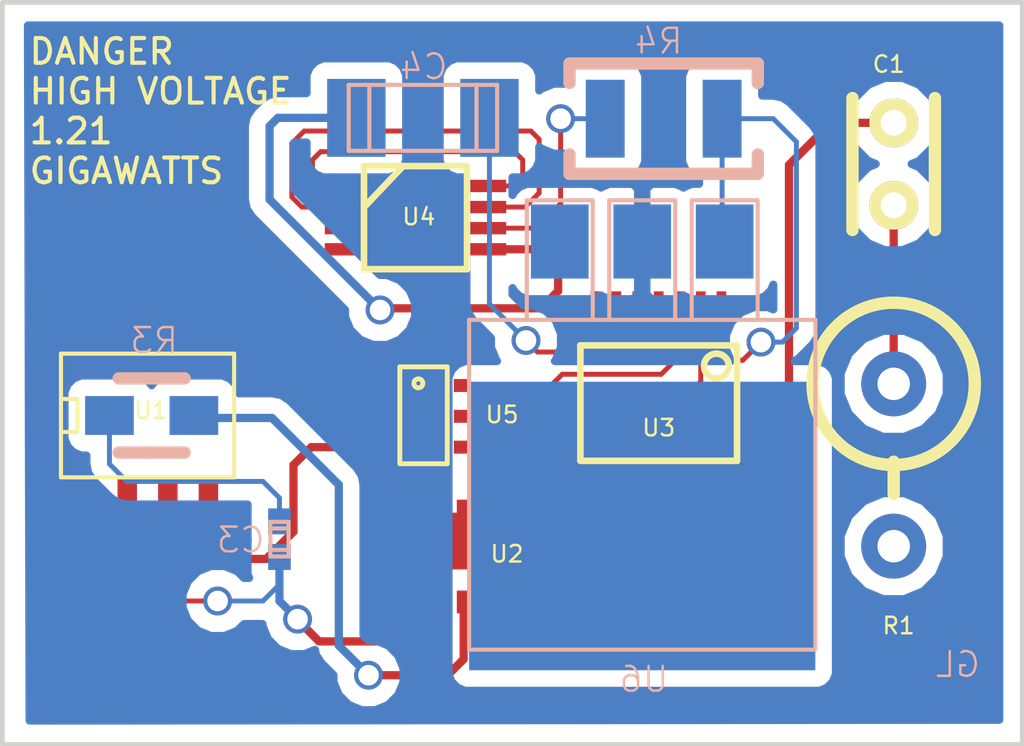
<source format=kicad_pcb>
(kicad_pcb (version 3) (host pcbnew "(2014-01-25 BZR 4633)-product")

  (general
    (links 18)
    (no_connects 0)
    (area 172.873599 104.928599 204.443401 127.938601)
    (thickness 1.6)
    (drawings 6)
    (tracks 121)
    (zones 0)
    (modules 12)
    (nets 33)
  )

  (page A3)
  (layers
    (15 F.Cu signal)
    (0 B.Cu signal)
    (16 B.Adhes user)
    (17 F.Adhes user)
    (18 B.Paste user)
    (19 F.Paste user)
    (20 B.SilkS user)
    (21 F.SilkS user)
    (22 B.Mask user)
    (23 F.Mask user)
    (24 Dwgs.User user)
    (25 Cmts.User user)
    (26 Eco1.User user)
    (27 Eco2.User user)
    (28 Edge.Cuts user)
  )

  (setup
    (last_trace_width 0.254)
    (user_trace_width 0.1524)
    (user_trace_width 0.3048)
    (trace_clearance 0.254)
    (zone_clearance 0.508)
    (zone_45_only no)
    (trace_min 0.1524)
    (segment_width 0.2)
    (edge_width 0.15)
    (via_size 0.889)
    (via_drill 0.635)
    (via_min_size 0.254)
    (via_min_drill 0.127)
    (uvia_size 0.508)
    (uvia_drill 0.127)
    (uvias_allowed no)
    (uvia_min_size 0.254)
    (uvia_min_drill 0.127)
    (pcb_text_width 0.3)
    (pcb_text_size 1 1)
    (mod_edge_width 0.15)
    (mod_text_size 1 1)
    (mod_text_width 0.15)
    (pad_size 2.37 1.75)
    (pad_drill 0)
    (pad_to_mask_clearance 0)
    (aux_axis_origin 0 0)
    (visible_elements FFFFFFFF)
    (pcbplotparams
      (layerselection 3178497)
      (usegerberextensions true)
      (excludeedgelayer true)
      (linewidth 0.150000)
      (plotframeref false)
      (viasonmask false)
      (mode 1)
      (useauxorigin false)
      (hpglpennumber 1)
      (hpglpenspeed 20)
      (hpglpendiameter 15)
      (hpglpenoverlay 2)
      (psnegative false)
      (psa4output false)
      (plotreference true)
      (plotvalue false)
      (plotothertext true)
      (plotinvisibletext false)
      (padsonsilk false)
      (subtractmaskfromsilk false)
      (outputformat 1)
      (mirror false)
      (drillshape 0)
      (scaleselection 1)
      (outputdirectory Gerber))
  )

  (net 0 "")
  (net 1 +5V)
  (net 2 GND)
  (net 3 "Net-(C1-Pad1)")
  (net 4 "Net-(C1-Pad2)")
  (net 5 "Net-(C3-Pad1)")
  (net 6 "Net-(C3-Pad2)")
  (net 7 "Net-(C4-Pad1)")
  (net 8 "Net-(C4-Pad2)")
  (net 9 "Net-(R1-Pad2)")
  (net 10 "Net-(R3-Pad2)")
  (net 11 "Net-(R4-Pad1)")
  (net 12 "Net-(R4-Pad2)")
  (net 13 "Net-(U1-Pad2)")
  (net 14 "Net-(U1-Pad3)")
  (net 15 "Net-(U1-Pad4)")
  (net 16 "Net-(U1-Pad5)")
  (net 17 "Net-(U1-Pad6)")
  (net 18 "Net-(U1-Pad7)")
  (net 19 "Net-(U1-Pad8)")
  (net 20 "Net-(U2-Pad1)")
  (net 21 "Net-(U2-Pad2)")
  (net 22 "Net-(U2-Pad5)")
  (net 23 "Net-(U2-Pad6)")
  (net 24 "Net-(U2-Pad7)")
  (net 25 "Net-(U2-Pad8)")
  (net 26 "Net-(U3-Pad2)")
  (net 27 "Net-(U3-Pad3)")
  (net 28 "Net-(U4-Pad1)")
  (net 29 "Net-(U4-Pad2)")
  (net 30 "Net-(U4-Pad3)")
  (net 31 "Net-(U4-Pad4)")
  (net 32 "Net-(U5-Pad5)")

  (net_class Default "This is the default net class."
    (clearance 0.254)
    (trace_width 0.254)
    (via_dia 0.889)
    (via_drill 0.635)
    (uvia_dia 0.508)
    (uvia_drill 0.127)
    (add_net "")
    (add_net +5V)
    (add_net GND)
    (add_net "Net-(C1-Pad1)")
    (add_net "Net-(C1-Pad2)")
    (add_net "Net-(C3-Pad1)")
    (add_net "Net-(C3-Pad2)")
    (add_net "Net-(C4-Pad1)")
    (add_net "Net-(C4-Pad2)")
    (add_net "Net-(R1-Pad2)")
    (add_net "Net-(R3-Pad2)")
    (add_net "Net-(R4-Pad1)")
    (add_net "Net-(R4-Pad2)")
    (add_net "Net-(U1-Pad2)")
    (add_net "Net-(U1-Pad3)")
    (add_net "Net-(U1-Pad4)")
    (add_net "Net-(U1-Pad5)")
    (add_net "Net-(U1-Pad6)")
    (add_net "Net-(U1-Pad7)")
    (add_net "Net-(U1-Pad8)")
    (add_net "Net-(U2-Pad1)")
    (add_net "Net-(U2-Pad2)")
    (add_net "Net-(U2-Pad5)")
    (add_net "Net-(U2-Pad6)")
    (add_net "Net-(U2-Pad7)")
    (add_net "Net-(U2-Pad8)")
    (add_net "Net-(U3-Pad2)")
    (add_net "Net-(U3-Pad3)")
    (add_net "Net-(U4-Pad1)")
    (add_net "Net-(U4-Pad2)")
    (add_net "Net-(U4-Pad3)")
    (add_net "Net-(U4-Pad4)")
    (add_net "Net-(U5-Pad5)")
  )

  (module Capacitors_ThroughHole:Capacitor4x3RM2.5 (layer F.Cu) (tedit 52EAEDB5) (tstamp 52E995D0)
    (at 200.406 108.712 270)
    (descr "Capacitor 4mm x 2,5mm RM 2,5mm")
    (tags "Capacitor Kondensator")
    (path /52E70152)
    (fp_text reference C1 (at -1.8034 0.1524 360) (layer F.SilkS)
      (effects (font (size 0.508 0.508) (thickness 0.0762)))
    )
    (fp_text value C (at 1.1684 -2.1844 360) (layer F.SilkS) hide
      (effects (font (thickness 0.3048)))
    )
    (fp_line (start 3.302 -1.27) (end -0.762 -1.27) (layer F.SilkS) (width 0.381))
    (fp_line (start -0.762 1.27) (end 3.302 1.27) (layer F.SilkS) (width 0.381))
    (pad 1 thru_hole circle (at 0 0 270) (size 1.50114 1.50114) (drill 0.8001) (layers *.Cu *.Mask F.SilkS)
      (net 3 "Net-(C1-Pad1)"))
    (pad 2 thru_hole circle (at 2.54 0 270) (size 1.50114 1.50114) (drill 0.8001) (layers *.Cu *.Mask F.SilkS)
      (net 4 "Net-(C1-Pad2)"))
  )

  (module Capacitors_SMD:c_0402 (layer B.Cu) (tedit 52EAEF3C) (tstamp 52E995E6)
    (at 181.483 121.539 270)
    (descr "SMT capacitor, 0402")
    (path /52E9848D)
    (fp_text reference C3 (at 0.0254 1.1938 360) (layer B.SilkS)
      (effects (font (size 0.762 0.762) (thickness 0.0762)) (justify mirror))
    )
    (fp_text value C (at 0 -0.4826 270) (layer B.SilkS) hide
      (effects (font (size 0.1524 0.1524) (thickness 0.03048)) (justify mirror))
    )
    (fp_line (start 0.3302 0.2794) (end 0.3302 -0.2794) (layer B.SilkS) (width 0.127))
    (fp_line (start -0.3302 0.2794) (end -0.3302 -0.2794) (layer B.SilkS) (width 0.127))
    (fp_line (start -0.5334 0.2794) (end -0.5334 -0.2794) (layer B.SilkS) (width 0.127))
    (fp_line (start -0.5334 -0.2794) (end 0.5334 -0.2794) (layer B.SilkS) (width 0.127))
    (fp_line (start 0.5334 -0.2794) (end 0.5334 0.2794) (layer B.SilkS) (width 0.127))
    (fp_line (start 0.5334 0.2794) (end -0.5334 0.2794) (layer B.SilkS) (width 0.127))
    (pad 1 smd rect (at 0.54864 0 270) (size 0.8001 0.6985) (layers B.Cu B.Paste B.Mask)
      (net 5 "Net-(C3-Pad1)"))
    (pad 2 smd rect (at -0.54864 0 270) (size 0.8001 0.6985) (layers B.Cu B.Paste B.Mask)
      (net 6 "Net-(C3-Pad2)"))
    (model smd/capacitors/c_0402.wrl
      (at (xyz 0 0 0))
      (scale (xyz 1 1 1))
      (rotate (xyz 0 0 0))
    )
  )

  (module Capacitors_SMD:c_1808 (layer B.Cu) (tedit 52EAEEDC) (tstamp 52E995F2)
    (at 185.9026 108.5596 180)
    (descr "SMT capacitor, 1808")
    (path /52E984A3)
    (fp_text reference C4 (at -0.0254 1.5748 180) (layer B.SilkS)
      (effects (font (size 0.762 0.762) (thickness 0.0762)) (justify mirror))
    )
    (fp_text value C (at -0.0254 -1.7272 180) (layer B.SilkS) hide
      (effects (font (size 0.50038 0.50038) (thickness 0.11938)) (justify mirror))
    )
    (fp_line (start -1.651 1.016) (end -1.651 -1.016) (layer B.SilkS) (width 0.127))
    (fp_line (start 1.651 1.016) (end 1.651 -1.016) (layer B.SilkS) (width 0.127))
    (fp_line (start -2.286 1.016) (end -2.286 -1.016) (layer B.SilkS) (width 0.127))
    (fp_line (start -2.286 -1.016) (end 2.286 -1.016) (layer B.SilkS) (width 0.127))
    (fp_line (start 2.286 -1.016) (end 2.286 1.016) (layer B.SilkS) (width 0.127))
    (fp_line (start 2.286 1.016) (end -2.286 1.016) (layer B.SilkS) (width 0.127))
    (pad 1 smd rect (at 2.04978 0 180) (size 1.80086 2.4003) (layers B.Cu B.Paste B.Mask)
      (net 7 "Net-(C4-Pad1)"))
    (pad 2 smd rect (at -2.04978 0 180) (size 1.80086 2.4003) (layers B.Cu B.Paste B.Mask)
      (net 8 "Net-(C4-Pad2)"))
    (model smd/capacitors/c_1808.wrl
      (at (xyz 0 0 0))
      (scale (xyz 1 1 1))
      (rotate (xyz 0 0 0))
    )
  )

  (module Resistors_ThroughHole:Resistor_Vertical_RM5mm (layer F.Cu) (tedit 52EAEDC2) (tstamp 52E995FA)
    (at 200.406 119.253 270)
    (descr "Resistor, Vertical, RM 5mm, 1/3W,")
    (tags "Resistor, Vertical, RM 5mm, 1/3W,")
    (path /52E70167)
    (fp_text reference R1 (at 4.953 -0.1524 360) (layer F.SilkS)
      (effects (font (size 0.508 0.508) (thickness 0.0762)))
    )
    (fp_text value R (at 0 4.50088 270) (layer F.SilkS) hide
      (effects (font (size 1.50114 1.50114) (thickness 0.20066)))
    )
    (fp_line (start -0.09906 0) (end 0.9017 0) (layer F.SilkS) (width 0.381))
    (fp_circle (center -2.49936 0) (end 0 0) (layer F.SilkS) (width 0.381))
    (pad 1 thru_hole circle (at -2.49936 0 270) (size 1.99898 1.99898) (drill 1.00076) (layers *.Cu)
      (net 4 "Net-(C1-Pad2)"))
    (pad 2 thru_hole circle (at 2.5019 0 270) (size 1.99898 1.99898) (drill 1.00076) (layers *.Cu)
      (net 9 "Net-(R1-Pad2)"))
  )

  (module Resistors_SMD:Resistor_SMD0805_HandSoldering (layer B.Cu) (tedit 52EAEF10) (tstamp 52E99610)
    (at 177.546 117.729)
    (descr "Resistor, SMD, 0805, Hand soldering,")
    (tags "Resistor, SMD, 0805, Hand soldering,")
    (path /52E984B9)
    (attr smd)
    (fp_text reference R3 (at 0.0762 -2.3114) (layer B.SilkS)
      (effects (font (size 0.762 0.762) (thickness 0.0762)) (justify mirror))
    )
    (fp_text value R (at -0.0254 0) (layer B.SilkS) hide
      (effects (font (thickness 0.3048)) (justify mirror))
    )
    (fp_line (start 0 1.143) (end -1.016 1.143) (layer B.SilkS) (width 0.381))
    (fp_line (start 0 1.143) (end 1.016 1.143) (layer B.SilkS) (width 0.381))
    (fp_line (start 0 -1.143) (end -1.016 -1.143) (layer B.SilkS) (width 0.381))
    (fp_line (start 0 -1.143) (end 1.016 -1.143) (layer B.SilkS) (width 0.381))
    (pad 1 smd rect (at -1.30048 0) (size 1.50114 1.19888) (layers B.Cu B.Paste B.Mask)
      (net 6 "Net-(C3-Pad2)"))
    (pad 2 smd rect (at 1.30048 0) (size 1.50114 1.19888) (layers B.Cu B.Paste B.Mask)
      (net 10 "Net-(R3-Pad2)"))
  )

  (module Resistors_SMD:Resistor_SMD1210_ReflowWave (layer B.Cu) (tedit 52EAEF7C) (tstamp 52E9961F)
    (at 193.3194 108.585)
    (descr "Resistor, SMD, 1210, Reflow, Wave,")
    (tags "Resistor, SMD, 1210, Reflow, Wave,")
    (path /52E984AE)
    (attr smd)
    (fp_text reference R4 (at -0.1524 -2.3876) (layer B.SilkS)
      (effects (font (size 0.762 0.762) (thickness 0.0762)) (justify mirror))
    )
    (fp_text value R (at 0.1016 0.0762) (layer B.SilkS) hide
      (effects (font (thickness 0.3048)) (justify mirror))
    )
    (fp_circle (center 0 0) (end 0.59944 0) (layer B.Adhes) (width 0.381))
    (fp_circle (center 0 0) (end 0.39878 0) (layer B.Adhes) (width 0.381))
    (fp_circle (center 0 0) (end 0.20066 0) (layer B.Adhes) (width 0.381))
    (fp_line (start -2.90068 -1.09982) (end -2.90068 -1.69926) (layer B.SilkS) (width 0.381))
    (fp_line (start -2.90068 -1.69926) (end 2.90068 -1.69926) (layer B.SilkS) (width 0.381))
    (fp_line (start 2.90068 -1.69926) (end 2.90068 -1.09982) (layer B.SilkS) (width 0.381))
    (fp_line (start 2.90068 1.09982) (end 2.90068 1.69926) (layer B.SilkS) (width 0.381))
    (fp_line (start 2.90068 1.69926) (end -2.90068 1.69926) (layer B.SilkS) (width 0.381))
    (fp_line (start -2.90068 1.69926) (end -2.90068 1.09982) (layer B.SilkS) (width 0.381))
    (pad 1 smd rect (at -1.80086 0) (size 1.19888 2.4003) (layers B.Cu B.Paste B.Mask)
      (net 11 "Net-(R4-Pad1)"))
    (pad 2 smd rect (at 1.80086 0) (size 1.19888 2.4003) (layers B.Cu B.Paste B.Mask)
      (net 12 "Net-(R4-Pad2)"))
  )

  (module SOIC_Packages:SOIC-8_N (layer F.Cu) (tedit 52EAEE12) (tstamp 52E99633)
    (at 177.419 117.729)
    (descr "module CMS SOJ 8 pins etroit")
    (tags "CMS SOJ")
    (path /52E98797)
    (attr smd)
    (fp_text reference U1 (at 0.1016 -0.1524) (layer F.SilkS)
      (effects (font (size 0.508 0.508) (thickness 0.0762)))
    )
    (fp_text value AO4576 (at 0 1.016) (layer F.SilkS) hide
      (effects (font (size 0.8 0.8) (thickness 0.15)))
    )
    (fp_line (start -2.667 1.778) (end -2.667 1.905) (layer F.SilkS) (width 0.127))
    (fp_line (start -2.667 1.905) (end 2.667 1.905) (layer F.SilkS) (width 0.127))
    (fp_line (start 2.667 -1.905) (end -2.667 -1.905) (layer F.SilkS) (width 0.127))
    (fp_line (start -2.667 -1.905) (end -2.667 1.778) (layer F.SilkS) (width 0.127))
    (fp_line (start -2.667 -0.508) (end -2.159 -0.508) (layer F.SilkS) (width 0.127))
    (fp_line (start -2.159 -0.508) (end -2.159 0.508) (layer F.SilkS) (width 0.127))
    (fp_line (start -2.159 0.508) (end -2.667 0.508) (layer F.SilkS) (width 0.127))
    (fp_line (start 2.667 -1.905) (end 2.667 1.905) (layer F.SilkS) (width 0.127))
    (pad 8 smd rect (at -1.875 -2.7) (size 0.6 1.6) (layers F.Cu F.Paste F.Mask)
      (net 19 "Net-(U1-Pad8)"))
    (pad 1 smd rect (at -1.875 2.7) (size 0.6 1.6) (layers F.Cu F.Paste F.Mask)
      (net 5 "Net-(C3-Pad1)"))
    (pad 7 smd rect (at -0.625 -2.7) (size 0.6 1.6) (layers F.Cu F.Paste F.Mask)
      (net 18 "Net-(U1-Pad7)"))
    (pad 6 smd rect (at 0.625 -2.7) (size 0.6 1.6) (layers F.Cu F.Paste F.Mask)
      (net 17 "Net-(U1-Pad6)"))
    (pad 5 smd rect (at 1.875 -2.7) (size 0.6 1.6) (layers F.Cu F.Paste F.Mask)
      (net 16 "Net-(U1-Pad5)"))
    (pad 2 smd rect (at -0.625 2.7) (size 0.6 1.6) (layers F.Cu F.Paste F.Mask)
      (net 13 "Net-(U1-Pad2)"))
    (pad 3 smd rect (at 0.625 2.7) (size 0.6 1.6) (layers F.Cu F.Paste F.Mask)
      (net 14 "Net-(U1-Pad3)"))
    (pad 4 smd rect (at 1.875 2.7) (size 0.6 1.6) (layers F.Cu F.Paste F.Mask)
      (net 15 "Net-(U1-Pad4)"))
    (model smd/cms_so8.wrl
      (at (xyz 0 0 0))
      (scale (xyz 0.5 0.32 0.5))
      (rotate (xyz 0 0 0))
    )
  )

  (module SMD_Packages:TSSOP14 (layer F.Cu) (tedit 52EAEE02) (tstamp 52EAD214)
    (at 193.167 117.348 180)
    (path /52E70047)
    (attr smd)
    (fp_text reference U3 (at 0 -0.762 180) (layer F.SilkS)
      (effects (font (size 0.508 0.508) (thickness 0.0762)))
    )
    (fp_text value LM324 (at 0 0.508 180) (layer F.SilkS) hide
      (effects (font (size 0.762 0.762) (thickness 0.16002)))
    )
    (fp_line (start -2.413 -1.778) (end 2.413 -1.778) (layer F.SilkS) (width 0.2032))
    (fp_line (start 2.413 -1.778) (end 2.413 1.778) (layer F.SilkS) (width 0.2032))
    (fp_line (start 2.413 1.778) (end -2.413 1.778) (layer F.SilkS) (width 0.2032))
    (fp_line (start -2.413 1.778) (end -2.413 -1.778) (layer F.SilkS) (width 0.2032))
    (fp_circle (center -1.778 1.143) (end -2.159 1.143) (layer F.SilkS) (width 0.2032))
    (pad 1 smd rect (at -1.9304 2.794 180) (size 0.29972 1.30048) (layers F.Cu F.Paste F.Mask)
      (net 12 "Net-(R4-Pad2)"))
    (pad 2 smd rect (at -1.2954 2.794 180) (size 0.29972 1.30048) (layers F.Cu F.Paste F.Mask)
      (net 26 "Net-(U3-Pad2)"))
    (pad 3 smd rect (at -0.635 2.794 180) (size 0.29972 1.30048) (layers F.Cu F.Paste F.Mask)
      (net 27 "Net-(U3-Pad3)"))
    (pad 4 smd rect (at 0 2.794 180) (size 0.29972 1.30048) (layers F.Cu F.Paste F.Mask)
      (net 8 "Net-(C4-Pad2)"))
    (pad 5 smd rect (at 0.6604 2.794 180) (size 0.29972 1.30048) (layers F.Cu F.Paste F.Mask))
    (pad 6 smd rect (at 1.3081 2.794 180) (size 0.29972 1.30048) (layers F.Cu F.Paste F.Mask))
    (pad 7 smd rect (at 1.9558 2.794 180) (size 0.29972 1.30048) (layers F.Cu F.Paste F.Mask))
    (pad 8 smd rect (at 1.9558 -2.794 180) (size 0.29972 1.30048) (layers F.Cu F.Paste F.Mask))
    (pad 9 smd rect (at 1.3081 -2.794 180) (size 0.29972 1.30048) (layers F.Cu F.Paste F.Mask))
    (pad 10 smd rect (at 0.6604 -2.794 180) (size 0.29972 1.30048) (layers F.Cu F.Paste F.Mask))
    (pad 11 smd rect (at 0 -2.794 180) (size 0.29972 1.30048) (layers F.Cu F.Paste F.Mask)
      (net 3 "Net-(C1-Pad1)"))
    (pad 12 smd rect (at -0.6477 -2.794 180) (size 0.29972 1.30048) (layers F.Cu F.Paste F.Mask))
    (pad 13 smd rect (at -1.2954 -2.794 180) (size 0.29972 1.30048) (layers F.Cu F.Paste F.Mask))
    (pad 14 smd rect (at -1.9431 -2.794 180) (size 0.29972 1.30048) (layers F.Cu F.Paste F.Mask))
    (model smd\smd_dil\tssop-14.wrl
      (at (xyz 0 0 0))
      (scale (xyz 1 1 1))
      (rotate (xyz 0 0 0))
    )
  )

  (module SMD_Packages:MSOP_8 (layer F.Cu) (tedit 52EAEDEF) (tstamp 52E99C37)
    (at 185.674 111.633 270)
    (path /52E982BA)
    (fp_text reference U4 (at -0.0254 -0.1016 360) (layer F.SilkS)
      (effects (font (size 0.508 0.508) (thickness 0.0762)))
    )
    (fp_text value MCP6002 (at -2.2098 -0.0254 360) (layer F.SilkS) hide
      (effects (font (size 1.00076 1.00076) (thickness 0.127)))
    )
    (fp_line (start -0.3175 1.5875) (end -1.5875 0.381) (layer F.SilkS) (width 0.2032))
    (fp_line (start -1.5875 1.5875) (end 1.5875 1.5875) (layer F.SilkS) (width 0.2032))
    (fp_line (start 1.5875 1.5875) (end 1.5875 -1.5875) (layer F.SilkS) (width 0.2032))
    (fp_line (start 1.5875 -1.5875) (end -1.5875 -1.5875) (layer F.SilkS) (width 0.2032))
    (fp_line (start -1.5875 -1.5875) (end -1.5875 1.5875) (layer F.SilkS) (width 0.2032))
    (pad 1 smd rect (at -0.97536 2.159 270) (size 0.381 1.27) (layers F.Cu F.Paste F.Mask)
      (net 28 "Net-(U4-Pad1)"))
    (pad 2 smd rect (at -0.32512 2.159 270) (size 0.381 1.27) (layers F.Cu F.Paste F.Mask)
      (net 29 "Net-(U4-Pad2)"))
    (pad 3 smd rect (at 0.32512 2.159 270) (size 0.381 1.27) (layers F.Cu F.Paste F.Mask)
      (net 30 "Net-(U4-Pad3)"))
    (pad 4 smd rect (at 0.97536 2.159 270) (size 0.381 1.27) (layers F.Cu F.Paste F.Mask)
      (net 31 "Net-(U4-Pad4)"))
    (pad 5 smd rect (at 0.97536 -2.159 270) (size 0.381 1.27) (layers F.Cu F.Paste F.Mask)
      (net 7 "Net-(C4-Pad1)"))
    (pad 6 smd rect (at 0.32512 -2.159 270) (size 0.381 1.27) (layers F.Cu F.Paste F.Mask)
      (net 11 "Net-(R4-Pad1)"))
    (pad 7 smd rect (at -0.32512 -2.159 270) (size 0.381 1.27) (layers F.Cu F.Paste F.Mask)
      (net 29 "Net-(U4-Pad2)"))
    (pad 8 smd rect (at -0.97536 -2.159 270) (size 0.381 1.27) (layers F.Cu F.Paste F.Mask)
      (net 28 "Net-(U4-Pad1)"))
    (model smd/MSOP_8.wrl
      (at (xyz 0 0 0.001))
      (scale (xyz 0.3937 0.3937 0.3937))
      (rotate (xyz 0 0 0))
    )
  )

  (module GLSP:TB62752AFUG (layer F.Cu) (tedit 52EAEE79) (tstamp 52EA329A)
    (at 185.9534 117.7544 270)
    (path /52EA2B60)
    (fp_text reference U5 (at -0.0508 -2.3876 360) (layer F.SilkS)
      (effects (font (size 0.508 0.508) (thickness 0.0762)))
    )
    (fp_text value TB62752AFUG (at -1.8796 -0.254 360) (layer F.SilkS) hide
      (effects (font (size 0.508 0.508) (thickness 0.0762)))
    )
    (fp_line (start 1.4605 0.762) (end -1.524 0.762) (layer F.SilkS) (width 0.15))
    (fp_line (start -1.524 0.762) (end -1.524 -0.6985) (layer F.SilkS) (width 0.15))
    (fp_line (start -1.524 -0.6985) (end 1.4605 -0.6985) (layer F.SilkS) (width 0.15))
    (fp_line (start 1.4605 -0.6985) (end 1.4605 0.6985) (layer F.SilkS) (width 0.15))
    (fp_circle (center -1.016 0.1905) (end -1.016 0.254) (layer F.SilkS) (width 0.15))
    (pad 1 smd rect (at -0.95 1.15 270) (size 0.4 0.5) (layers F.Cu F.Paste F.Mask)
      (net 19 "Net-(U1-Pad8)"))
    (pad 2 smd rect (at 0 1.15 270) (size 0.4 0.5) (layers F.Cu F.Paste F.Mask)
      (net 16 "Net-(U1-Pad5)"))
    (pad 3 smd rect (at 0.95 1.15 270) (size 0.4 0.5) (layers F.Cu F.Paste F.Mask)
      (net 15 "Net-(U1-Pad4)"))
    (pad 4 smd rect (at 0.95 -1.15 270) (size 0.4 0.5) (layers F.Cu F.Paste F.Mask)
      (net 26 "Net-(U3-Pad2)"))
    (pad 5 smd rect (at 0 -1.15 270) (size 0.4 0.5) (layers F.Cu F.Paste F.Mask)
      (net 32 "Net-(U5-Pad5)"))
    (pad 6 smd rect (at -0.95 -1.15 270) (size 0.4 0.5) (layers F.Cu F.Paste F.Mask)
      (net 27 "Net-(U3-Pad3)"))
  )

  (module GLSP:DPAK3 (layer B.Cu) (tedit 52EAEF68) (tstamp 52EAD1BB)
    (at 192.659 112.3696)
    (tags "CMS DPACK")
    (path /52EACA75)
    (fp_text reference U6 (at 0.0508 13.4874) (layer B.SilkS)
      (effects (font (size 0.762 0.762) (thickness 0.0762)) (justify mirror))
    )
    (fp_text value 7805 (at 0 7.4676) (layer B.SilkS) hide
      (effects (font (size 1.27 1.27) (thickness 0.1524)) (justify mirror))
    )
    (fp_line (start 1.524 2.413) (end 1.524 -1.27) (layer B.SilkS) (width 0.127))
    (fp_line (start 1.524 -1.27) (end 3.556 -1.27) (layer B.SilkS) (width 0.127))
    (fp_line (start 3.556 -1.27) (end 3.556 2.413) (layer B.SilkS) (width 0.127))
    (fp_line (start -1.016 2.413) (end -1.016 -1.27) (layer B.SilkS) (width 0.127))
    (fp_line (start -1.016 -1.27) (end 1.016 -1.27) (layer B.SilkS) (width 0.127))
    (fp_line (start 1.016 -1.27) (end 1.016 2.413) (layer B.SilkS) (width 0.127))
    (fp_line (start -3.556 2.413) (end -3.556 -1.27) (layer B.SilkS) (width 0.127))
    (fp_line (start -3.556 -1.27) (end -1.524 -1.27) (layer B.SilkS) (width 0.127))
    (fp_line (start -1.524 -1.27) (end -1.524 2.413) (layer B.SilkS) (width 0.127))
    (fp_line (start -5.334 2.413) (end 5.334 2.413) (layer B.SilkS) (width 0.127))
    (fp_line (start 5.334 2.413) (end 5.334 12.573) (layer B.SilkS) (width 0.127))
    (fp_line (start 5.334 12.573) (end -5.334 12.573) (layer B.SilkS) (width 0.127))
    (fp_line (start -5.334 12.573) (end -5.334 2.413) (layer B.SilkS) (width 0.127))
    (pad 2 smd rect (at 0 8.763) (size 10.668 8.89) (layers B.Cu B.Paste B.Mask))
    (pad GND smd rect (at 0 0) (size 1.778 2.286) (layers B.Cu B.Paste B.Mask)
      (net 2 GND))
    (pad VI smd rect (at -2.54 0) (size 1.778 2.286) (layers B.Cu B.Paste B.Mask)
      (net 1 +5V))
    (pad VO smd rect (at 2.54 0) (size 1.778 2.286) (layers B.Cu B.Paste B.Mask)
      (net 12 "Net-(R4-Pad2)"))
    (model smd/dpack_3.wrl
      (at (xyz 0 0 0))
      (scale (xyz 1 1 1))
      (rotate (xyz 0 0 0))
    )
  )

  (module GLSP:FDMC8360L (layer F.Cu) (tedit 52EAEDDA) (tstamp 52EADFA2)
    (at 186.182 122.0724)
    (path /52E6E321)
    (fp_text reference U2 (at 2.3114 -0.0762) (layer F.SilkS)
      (effects (font (size 0.508 0.508) (thickness 0.0762)))
    )
    (fp_text value FDMC8360L (at 0.0508 -0.5334) (layer F.SilkS) hide
      (effects (font (size 0.5 0.5) (thickness 0.07)))
    )
    (pad 1 smd rect (at -0.975 1.4) (size 0.42 0.7) (layers F.Cu F.Paste F.Mask)
      (net 20 "Net-(U2-Pad1)"))
    (pad 2 smd rect (at -0.325 1.4) (size 0.42 0.7) (layers F.Cu F.Paste F.Mask)
      (net 21 "Net-(U2-Pad2)"))
    (pad 3 smd rect (at 0.325 1.4) (size 0.42 0.7) (layers F.Cu F.Paste F.Mask)
      (net 5 "Net-(C3-Pad1)"))
    (pad 4 smd rect (at 0.975 1.4) (size 0.42 0.7) (layers F.Cu F.Paste F.Mask)
      (net 10 "Net-(R3-Pad2)"))
    (pad 5 smd rect (at 0.975 -1.525) (size 0.42 0.45) (layers F.Cu F.Paste F.Mask)
      (net 22 "Net-(U2-Pad5)"))
    (pad 6 smd rect (at 0.325 -1.525) (size 0.42 0.45) (layers F.Cu F.Paste F.Mask)
      (net 23 "Net-(U2-Pad6)"))
    (pad 7 smd rect (at -0.325 -1.525) (size 0.42 0.45) (layers F.Cu F.Paste F.Mask)
      (net 24 "Net-(U2-Pad7)"))
    (pad 8 smd rect (at -0.975 -1.525) (size 0.42 0.45) (layers F.Cu F.Paste F.Mask)
      (net 25 "Net-(U2-Pad8)"))
    (pad D smd rect (at 0 -0.475) (size 2.37 1.75) (layers F.Cu F.Paste F.Mask))
  )

  (gr_line (start 172.9486 127.8636) (end 172.9486 105.029) (angle 90) (layer Edge.Cuts) (width 0.15))
  (gr_line (start 204.3684 127.8636) (end 172.9486 127.8636) (angle 90) (layer Edge.Cuts) (width 0.15))
  (gr_line (start 204.3684 105.0036) (end 204.3684 127.8636) (angle 90) (layer Edge.Cuts) (width 0.15))
  (gr_line (start 172.9486 105.0036) (end 204.3684 105.0036) (angle 90) (layer Edge.Cuts) (width 0.15))
  (gr_text "DANGER\nHIGH VOLTAGE\n1.21 \nGIGAWATTS" (at 173.7106 108.3564) (layer F.SilkS)
    (effects (font (size 0.762 0.762) (thickness 0.127)) (justify left))
  )
  (gr_text GL (at 202.3872 125.3998) (layer B.SilkS)
    (effects (font (size 0.762 0.762) (thickness 0.0762)) (justify mirror))
  )

  (segment (start 200.406 108.712) (end 198.4756 108.712) (width 0.254) (layer F.Cu) (net 3))
  (segment (start 193.167 121.8438) (end 193.167 120.142) (width 0.254) (layer F.Cu) (net 3) (tstamp 52EAD50C))
  (segment (start 193.8274 122.5042) (end 193.167 121.8438) (width 0.254) (layer F.Cu) (net 3) (tstamp 52EAD505))
  (segment (start 196.4436 122.5042) (end 193.8274 122.5042) (width 0.254) (layer F.Cu) (net 3) (tstamp 52EAD4FC))
  (segment (start 197.1802 121.7676) (end 196.4436 122.5042) (width 0.254) (layer F.Cu) (net 3) (tstamp 52EAD4F4))
  (segment (start 197.1802 110.0074) (end 197.1802 121.7676) (width 0.254) (layer F.Cu) (net 3) (tstamp 52EAD4EB))
  (segment (start 198.4756 108.712) (end 197.1802 110.0074) (width 0.254) (layer F.Cu) (net 3) (tstamp 52EAD4E4))
  (segment (start 200.406 116.75364) (end 200.406 111.252) (width 0.254) (layer F.Cu) (net 4))
  (segment (start 186.507 123.4724) (end 186.507 124.3128) (width 0.254) (layer F.Cu) (net 5))
  (segment (start 181.483 123.444) (end 181.483 122.08764) (width 0.254) (layer B.Cu) (net 5) (tstamp 52EAE2DC))
  (segment (start 182.0418 124.0028) (end 181.483 123.444) (width 0.254) (layer B.Cu) (net 5) (tstamp 52EAE2DB))
  (via (at 182.0418 124.0028) (size 0.889) (layers F.Cu B.Cu) (net 5))
  (segment (start 182.0418 124.0282) (end 182.0418 124.0028) (width 0.254) (layer F.Cu) (net 5) (tstamp 52EAE2CB))
  (segment (start 182.7022 124.6886) (end 182.0418 124.0282) (width 0.254) (layer F.Cu) (net 5) (tstamp 52EAE2C9))
  (segment (start 186.1312 124.6886) (end 182.7022 124.6886) (width 0.254) (layer F.Cu) (net 5) (tstamp 52EAE2C8))
  (segment (start 186.507 124.3128) (end 186.1312 124.6886) (width 0.254) (layer F.Cu) (net 5) (tstamp 52EAE2C7))
  (segment (start 175.544 120.429) (end 175.544 121.95) (width 0.1524) (layer F.Cu) (net 5))
  (segment (start 181.483 122.936) (end 181.483 122.08764) (width 0.1524) (layer B.Cu) (net 5) (tstamp 52E99F22))
  (segment (start 180.975 123.444) (end 181.483 122.936) (width 0.1524) (layer B.Cu) (net 5) (tstamp 52E99F21))
  (segment (start 179.578 123.444) (end 180.975 123.444) (width 0.1524) (layer B.Cu) (net 5) (tstamp 52E99F20))
  (via (at 179.578 123.444) (size 0.889) (layers F.Cu B.Cu) (net 5))
  (segment (start 177.038 123.444) (end 179.578 123.444) (width 0.1524) (layer F.Cu) (net 5) (tstamp 52E99F1D))
  (segment (start 175.544 121.95) (end 177.038 123.444) (width 0.1524) (layer F.Cu) (net 5) (tstamp 52E99F1C))
  (segment (start 176.24552 117.729) (end 176.24552 119.22252) (width 0.1524) (layer B.Cu) (net 6))
  (segment (start 181.483 120.269) (end 181.483 120.99036) (width 0.1524) (layer B.Cu) (net 6) (tstamp 52E9ACC8))
  (segment (start 180.975 119.761) (end 181.483 120.269) (width 0.1524) (layer B.Cu) (net 6) (tstamp 52E9ACC5))
  (segment (start 176.784 119.761) (end 180.975 119.761) (width 0.1524) (layer B.Cu) (net 6) (tstamp 52E9ACBF))
  (segment (start 176.24552 119.22252) (end 176.784 119.761) (width 0.1524) (layer B.Cu) (net 6) (tstamp 52E9ACBD))
  (segment (start 187.833 112.60836) (end 189.46876 112.60836) (width 0.254) (layer F.Cu) (net 7))
  (segment (start 181.4322 108.5596) (end 183.85282 108.5596) (width 0.254) (layer B.Cu) (net 7) (tstamp 52EAD2D2))
  (segment (start 181.1782 108.8136) (end 181.4322 108.5596) (width 0.254) (layer B.Cu) (net 7) (tstamp 52EAD2D0))
  (segment (start 181.1782 111.0742) (end 181.1782 108.8136) (width 0.254) (layer B.Cu) (net 7) (tstamp 52EAD2C8))
  (segment (start 184.5818 114.4778) (end 181.1782 111.0742) (width 0.254) (layer B.Cu) (net 7) (tstamp 52EAD2C7))
  (via (at 184.5818 114.4778) (size 0.889) (layers F.Cu B.Cu) (net 7))
  (segment (start 184.6326 114.427) (end 184.5818 114.4778) (width 0.254) (layer F.Cu) (net 7) (tstamp 52EAD2BF))
  (segment (start 189.5348 114.427) (end 184.6326 114.427) (width 0.254) (layer F.Cu) (net 7) (tstamp 52EAD2BD))
  (segment (start 190.0682 113.8936) (end 189.5348 114.427) (width 0.254) (layer F.Cu) (net 7) (tstamp 52EAD2BC))
  (segment (start 190.0682 113.2078) (end 190.0682 113.8936) (width 0.254) (layer F.Cu) (net 7) (tstamp 52EAD2B9))
  (segment (start 189.46876 112.60836) (end 190.0682 113.2078) (width 0.254) (layer F.Cu) (net 7) (tstamp 52EAD2B8))
  (segment (start 187.95238 108.5596) (end 187.95238 114.29238) (width 0.1524) (layer B.Cu) (net 8))
  (segment (start 193.167 115.5446) (end 193.167 114.554) (width 0.1524) (layer F.Cu) (net 8) (tstamp 52EAE58B))
  (segment (start 192.9384 115.7732) (end 193.167 115.5446) (width 0.1524) (layer F.Cu) (net 8) (tstamp 52EAE585))
  (segment (start 189.4332 115.7732) (end 192.9384 115.7732) (width 0.1524) (layer F.Cu) (net 8) (tstamp 52EAE582))
  (segment (start 189.0776 115.4176) (end 189.4332 115.7732) (width 0.1524) (layer F.Cu) (net 8) (tstamp 52EAE581))
  (via (at 189.0776 115.4176) (size 0.889) (layers F.Cu B.Cu) (net 8))
  (segment (start 187.95238 114.29238) (end 189.0776 115.4176) (width 0.1524) (layer B.Cu) (net 8) (tstamp 52EAE576))
  (segment (start 187.157 123.4724) (end 187.157 125.2376) (width 0.254) (layer F.Cu) (net 10))
  (segment (start 178.92268 117.8052) (end 178.84648 117.729) (width 0.254) (layer B.Cu) (net 10) (tstamp 52EAE304))
  (segment (start 181.2544 117.8052) (end 178.92268 117.8052) (width 0.254) (layer B.Cu) (net 10) (tstamp 52EAE301))
  (segment (start 183.3118 119.8626) (end 181.2544 117.8052) (width 0.254) (layer B.Cu) (net 10) (tstamp 52EAE2F9))
  (segment (start 183.3118 124.8156) (end 183.3118 119.8626) (width 0.254) (layer B.Cu) (net 10) (tstamp 52EAE2F8))
  (segment (start 184.2262 125.73) (end 183.3118 124.8156) (width 0.254) (layer B.Cu) (net 10) (tstamp 52EAE2F7))
  (via (at 184.2262 125.73) (size 0.889) (layers F.Cu B.Cu) (net 10))
  (segment (start 186.6646 125.73) (end 184.2262 125.73) (width 0.254) (layer F.Cu) (net 10) (tstamp 52EAE2F3))
  (segment (start 187.157 125.2376) (end 186.6646 125.73) (width 0.254) (layer F.Cu) (net 10) (tstamp 52EAE2F0))
  (segment (start 187.833 111.95812) (end 189.38748 111.95812) (width 0.1524) (layer F.Cu) (net 11))
  (segment (start 190.1444 108.585) (end 191.51854 108.585) (width 0.1524) (layer B.Cu) (net 11) (tstamp 52EAD333))
  (via (at 190.1444 108.585) (size 0.889) (layers F.Cu B.Cu) (net 11))
  (segment (start 190.1444 111.2012) (end 190.1444 108.585) (width 0.1524) (layer F.Cu) (net 11) (tstamp 52EAD32A))
  (segment (start 189.38748 111.95812) (end 190.1444 111.2012) (width 0.1524) (layer F.Cu) (net 11) (tstamp 52EAD321))
  (segment (start 195.12026 108.585) (end 195.12026 112.29086) (width 0.1524) (layer B.Cu) (net 12))
  (segment (start 195.12026 112.29086) (end 195.199 112.3696) (width 0.1524) (layer B.Cu) (net 12) (tstamp 52EAE5E9))
  (segment (start 195.12026 108.585) (end 196.6976 108.585) (width 0.1524) (layer B.Cu) (net 12))
  (segment (start 195.0974 115.8494) (end 195.0974 114.554) (width 0.1524) (layer F.Cu) (net 12) (tstamp 52EAE5D8))
  (segment (start 195.2752 116.0272) (end 195.0974 115.8494) (width 0.1524) (layer F.Cu) (net 12) (tstamp 52EAE5D3))
  (segment (start 195.7578 116.0272) (end 195.2752 116.0272) (width 0.1524) (layer F.Cu) (net 12) (tstamp 52EAE5CF))
  (segment (start 196.3166 115.4684) (end 195.7578 116.0272) (width 0.1524) (layer F.Cu) (net 12) (tstamp 52EAE5CE))
  (via (at 196.3166 115.4684) (size 0.889) (layers F.Cu B.Cu) (net 12))
  (segment (start 196.977 115.4684) (end 196.3166 115.4684) (width 0.1524) (layer B.Cu) (net 12) (tstamp 52EAE5AF))
  (segment (start 197.4088 115.0366) (end 196.977 115.4684) (width 0.1524) (layer B.Cu) (net 12) (tstamp 52EAE59F))
  (segment (start 197.4088 109.2962) (end 197.4088 115.0366) (width 0.1524) (layer B.Cu) (net 12) (tstamp 52EAE59A))
  (segment (start 196.6976 108.585) (end 197.4088 109.2962) (width 0.1524) (layer B.Cu) (net 12) (tstamp 52EAE595))
  (segment (start 179.294 120.429) (end 179.294 121.7884) (width 0.254) (layer F.Cu) (net 15))
  (segment (start 182.4634 118.7044) (end 184.8034 118.7044) (width 0.254) (layer F.Cu) (net 15) (tstamp 52EAD293))
  (segment (start 181.9148 119.253) (end 182.4634 118.7044) (width 0.254) (layer F.Cu) (net 15) (tstamp 52EAD291))
  (segment (start 181.9148 121.3104) (end 181.9148 119.253) (width 0.254) (layer F.Cu) (net 15) (tstamp 52EAD28F))
  (segment (start 181.0766 122.1486) (end 181.9148 121.3104) (width 0.254) (layer F.Cu) (net 15) (tstamp 52EAD28C))
  (segment (start 179.6542 122.1486) (end 181.0766 122.1486) (width 0.254) (layer F.Cu) (net 15) (tstamp 52EAD289))
  (segment (start 179.294 121.7884) (end 179.6542 122.1486) (width 0.254) (layer F.Cu) (net 15) (tstamp 52EAD281))
  (segment (start 179.294 115.029) (end 179.294 113.6188) (width 0.254) (layer F.Cu) (net 16))
  (segment (start 182.3974 117.7544) (end 184.8034 117.7544) (width 0.254) (layer F.Cu) (net 16) (tstamp 52EAD27D))
  (segment (start 180.8988 116.2558) (end 182.3974 117.7544) (width 0.254) (layer F.Cu) (net 16) (tstamp 52EAD27B))
  (segment (start 180.8988 113.4618) (end 180.8988 116.2558) (width 0.254) (layer F.Cu) (net 16) (tstamp 52EAD27A))
  (segment (start 180.4162 112.9792) (end 180.8988 113.4618) (width 0.254) (layer F.Cu) (net 16) (tstamp 52EAD279))
  (segment (start 179.9336 112.9792) (end 180.4162 112.9792) (width 0.254) (layer F.Cu) (net 16) (tstamp 52EAD278))
  (segment (start 179.294 113.6188) (end 179.9336 112.9792) (width 0.254) (layer F.Cu) (net 16) (tstamp 52EAD277))
  (segment (start 175.544 115.029) (end 175.544 112.9746) (width 0.254) (layer F.Cu) (net 19))
  (segment (start 182.6158 116.8044) (end 184.8034 116.8044) (width 0.254) (layer F.Cu) (net 19) (tstamp 52EAD274))
  (segment (start 181.6608 115.8494) (end 182.6158 116.8044) (width 0.254) (layer F.Cu) (net 19) (tstamp 52EAD273))
  (segment (start 181.6608 113.03) (end 181.6608 115.8494) (width 0.254) (layer F.Cu) (net 19) (tstamp 52EAD272))
  (segment (start 180.7972 112.1664) (end 181.6608 113.03) (width 0.254) (layer F.Cu) (net 19) (tstamp 52EAD271))
  (segment (start 176.3522 112.1664) (end 180.7972 112.1664) (width 0.254) (layer F.Cu) (net 19) (tstamp 52EAD270))
  (segment (start 175.544 112.9746) (end 176.3522 112.1664) (width 0.254) (layer F.Cu) (net 19) (tstamp 52EAD26F))
  (segment (start 187.1034 118.7044) (end 189.6008 118.7044) (width 0.1524) (layer F.Cu) (net 26))
  (segment (start 194.4624 116.6876) (end 194.4624 114.554) (width 0.1524) (layer F.Cu) (net 26) (tstamp 52EAD3B8))
  (segment (start 193.7258 117.4242) (end 194.4624 116.6876) (width 0.1524) (layer F.Cu) (net 26) (tstamp 52EAD3B6))
  (segment (start 190.881 117.4242) (end 193.7258 117.4242) (width 0.1524) (layer F.Cu) (net 26) (tstamp 52EAD3B1))
  (segment (start 189.6008 118.7044) (end 190.881 117.4242) (width 0.1524) (layer F.Cu) (net 26) (tstamp 52EAD3A8))
  (segment (start 193.802 114.554) (end 193.802 115.9002) (width 0.1524) (layer F.Cu) (net 27))
  (segment (start 189.8498 116.8044) (end 187.1034 116.8044) (width 0.1524) (layer F.Cu) (net 27) (tstamp 52EAD43D))
  (segment (start 190.1952 116.459) (end 189.8498 116.8044) (width 0.1524) (layer F.Cu) (net 27) (tstamp 52EAD436))
  (segment (start 193.2432 116.459) (end 190.1952 116.459) (width 0.1524) (layer F.Cu) (net 27) (tstamp 52EAD434))
  (segment (start 193.802 115.9002) (end 193.2432 116.459) (width 0.1524) (layer F.Cu) (net 27) (tstamp 52EAD431))
  (segment (start 187.833 110.65764) (end 188.80836 110.65764) (width 0.1524) (layer F.Cu) (net 28))
  (segment (start 182.66664 110.65764) (end 183.515 110.65764) (width 0.1524) (layer F.Cu) (net 28) (tstamp 52E9AF63))
  (segment (start 182.499 110.49) (end 182.66664 110.65764) (width 0.1524) (layer F.Cu) (net 28) (tstamp 52E9AF5F))
  (segment (start 182.499 109.855) (end 182.499 110.49) (width 0.1524) (layer F.Cu) (net 28) (tstamp 52E9AF5A))
  (segment (start 182.753 109.601) (end 182.499 109.855) (width 0.1524) (layer F.Cu) (net 28) (tstamp 52E9AF58))
  (segment (start 188.722 109.601) (end 182.753 109.601) (width 0.1524) (layer F.Cu) (net 28) (tstamp 52E9AF51))
  (segment (start 188.976 109.855) (end 188.722 109.601) (width 0.1524) (layer F.Cu) (net 28) (tstamp 52E9AF4F))
  (segment (start 188.976 110.49) (end 188.976 109.855) (width 0.1524) (layer F.Cu) (net 28) (tstamp 52E9AF4B))
  (segment (start 188.80836 110.65764) (end 188.976 110.49) (width 0.1524) (layer F.Cu) (net 28) (tstamp 52E9AF45))
  (segment (start 187.833 111.30788) (end 189.04712 111.30788) (width 0.1524) (layer F.Cu) (net 29))
  (segment (start 182.17388 111.30788) (end 183.515 111.30788) (width 0.1524) (layer F.Cu) (net 29) (tstamp 52E9AF3F))
  (segment (start 181.864 110.998) (end 182.17388 111.30788) (width 0.1524) (layer F.Cu) (net 29) (tstamp 52E9AF3A))
  (segment (start 181.864 109.347) (end 181.864 110.998) (width 0.1524) (layer F.Cu) (net 29) (tstamp 52E9AF32))
  (segment (start 182.245 108.966) (end 181.864 109.347) (width 0.1524) (layer F.Cu) (net 29) (tstamp 52E9AF30))
  (segment (start 189.23 108.966) (end 182.245 108.966) (width 0.1524) (layer F.Cu) (net 29) (tstamp 52E9AF28))
  (segment (start 189.484 109.22) (end 189.23 108.966) (width 0.1524) (layer F.Cu) (net 29) (tstamp 52E9AF24))
  (segment (start 189.484 110.871) (end 189.484 109.22) (width 0.1524) (layer F.Cu) (net 29) (tstamp 52E9AF1E))
  (segment (start 189.04712 111.30788) (end 189.484 110.871) (width 0.1524) (layer F.Cu) (net 29) (tstamp 52E9AF1A))

  (zone (net 2) (net_name GND) (layer B.Cu) (tstamp 52EAEB85) (hatch edge 0.508)
    (connect_pads (clearance 0.508))
    (min_thickness 0.254)
    (fill (arc_segments 16) (thermal_gap 0.508) (thermal_bridge_width 0.508))
    (polygon
      (pts
        (xy 173.5836 105.5878) (xy 203.9112 105.537) (xy 203.9112 127.2286) (xy 173.6598 127.254) (xy 173.609 105.5878)
      )
    )
    (filled_polygon
      (pts
        (xy 203.6584 127.101812) (xy 202.040774 127.10317) (xy 202.040774 121.431206) (xy 202.040774 116.429946) (xy 201.792462 115.828985)
        (xy 201.79181 115.828331) (xy 201.79181 110.977602) (xy 201.581314 110.468163) (xy 201.191887 110.078056) (xy 200.960618 109.982025)
        (xy 201.189837 109.887314) (xy 201.579944 109.497887) (xy 201.791329 108.988816) (xy 201.79181 108.437602) (xy 201.581314 107.928163)
        (xy 201.191887 107.538056) (xy 200.682816 107.326671) (xy 200.131602 107.32619) (xy 199.622163 107.536686) (xy 199.232056 107.926113)
        (xy 199.020671 108.435184) (xy 199.02019 108.986398) (xy 199.230686 109.495837) (xy 199.620113 109.885944) (xy 199.851381 109.981974)
        (xy 199.622163 110.076686) (xy 199.232056 110.466113) (xy 199.020671 110.975184) (xy 199.02019 111.526398) (xy 199.230686 112.035837)
        (xy 199.620113 112.425944) (xy 200.129184 112.637329) (xy 200.680398 112.63781) (xy 201.189837 112.427314) (xy 201.579944 112.037887)
        (xy 201.791329 111.528816) (xy 201.79181 110.977602) (xy 201.79181 115.828331) (xy 201.333073 115.368794) (xy 200.732547 115.119434)
        (xy 200.082306 115.118866) (xy 199.481345 115.367178) (xy 199.021154 115.826567) (xy 198.771794 116.427093) (xy 198.771226 117.077334)
        (xy 199.019538 117.678295) (xy 199.478927 118.138486) (xy 200.079453 118.387846) (xy 200.729694 118.388414) (xy 201.330655 118.140102)
        (xy 201.790846 117.680713) (xy 202.040206 117.080187) (xy 202.040774 116.429946) (xy 202.040774 121.431206) (xy 201.792462 120.830245)
        (xy 201.333073 120.370054) (xy 200.732547 120.120694) (xy 200.082306 120.120126) (xy 199.481345 120.368438) (xy 199.021154 120.827827)
        (xy 198.771794 121.428353) (xy 198.771226 122.078594) (xy 199.019538 122.679555) (xy 199.478927 123.139746) (xy 200.079453 123.389106)
        (xy 200.729694 123.389674) (xy 201.330655 123.141362) (xy 201.790846 122.681973) (xy 202.040206 122.081447) (xy 202.040774 121.431206)
        (xy 202.040774 127.10317) (xy 198.628 127.106035) (xy 198.628 125.70391) (xy 198.628 125.451291) (xy 198.628 116.561291)
        (xy 198.531327 116.327902) (xy 198.352699 116.149273) (xy 198.11931 116.0526) (xy 197.866691 116.0526) (xy 197.358211 116.0526)
        (xy 197.479894 115.971294) (xy 197.911694 115.539495) (xy 197.911694 115.539494) (xy 198.014705 115.385326) (xy 198.065862 115.308765)
        (xy 198.065863 115.308764) (xy 198.119999 115.0366) (xy 198.12 115.0366) (xy 198.12 109.2962) (xy 198.065863 109.024036)
        (xy 197.911695 108.793306) (xy 197.200494 108.082106) (xy 196.969765 107.927937) (xy 196.6976 107.8738) (xy 196.3547 107.8738)
        (xy 196.3547 107.258541) (xy 196.258027 107.025152) (xy 196.079399 106.846523) (xy 195.84601 106.74985) (xy 195.593391 106.74985)
        (xy 194.394511 106.74985) (xy 194.161122 106.846523) (xy 193.982493 107.025151) (xy 193.88582 107.25854) (xy 193.88582 107.511159)
        (xy 193.88582 109.911459) (xy 193.982493 110.144848) (xy 194.161121 110.323477) (xy 194.39451 110.42015) (xy 194.40906 110.42015)
        (xy 194.40906 110.5916) (xy 194.183691 110.5916) (xy 193.950302 110.688273) (xy 193.929 110.709574) (xy 193.907698 110.688273)
        (xy 193.674309 110.5916) (xy 192.94475 110.5916) (xy 192.786 110.75035) (xy 192.786 112.2426) (xy 192.806 112.2426)
        (xy 192.806 112.4966) (xy 192.786 112.4966) (xy 192.786 113.98885) (xy 192.94475 114.1476) (xy 193.674309 114.1476)
        (xy 193.907698 114.050927) (xy 193.928999 114.029625) (xy 193.950301 114.050927) (xy 194.18369 114.1476) (xy 194.436309 114.1476)
        (xy 196.214309 114.1476) (xy 196.447698 114.050927) (xy 196.626327 113.872299) (xy 196.6976 113.70023) (xy 196.6976 114.457739)
        (xy 196.532268 114.389087) (xy 196.102816 114.388713) (xy 195.705911 114.552711) (xy 195.401978 114.856114) (xy 195.237287 115.252732)
        (xy 195.236913 115.682184) (xy 195.389965 116.0526) (xy 189.969468 116.0526) (xy 189.992222 116.029886) (xy 190.156913 115.633268)
        (xy 190.157287 115.203816) (xy 189.993289 114.806911) (xy 189.689886 114.502978) (xy 189.293268 114.338287) (xy 189.003823 114.338034)
        (xy 188.66358 113.997791) (xy 188.66358 113.804475) (xy 188.691673 113.872298) (xy 188.870301 114.050927) (xy 189.10369 114.1476)
        (xy 189.356309 114.1476) (xy 191.134309 114.1476) (xy 191.367698 114.050927) (xy 191.389 114.029625) (xy 191.410302 114.050927)
        (xy 191.643691 114.1476) (xy 192.37325 114.1476) (xy 192.532 113.98885) (xy 192.532 112.4966) (xy 192.512 112.4966)
        (xy 192.512 112.2426) (xy 192.532 112.2426) (xy 192.532 110.75035) (xy 192.37325 110.5916) (xy 191.643691 110.5916)
        (xy 191.410302 110.688273) (xy 191.389 110.709574) (xy 191.367699 110.688273) (xy 191.13431 110.5916) (xy 190.881691 110.5916)
        (xy 189.103691 110.5916) (xy 188.870302 110.688273) (xy 188.691673 110.866901) (xy 188.66358 110.934723) (xy 188.66358 110.39475)
        (xy 188.979119 110.39475) (xy 189.212508 110.298077) (xy 189.391137 110.119449) (xy 189.48781 109.88606) (xy 189.48781 109.633441)
        (xy 189.48781 109.45524) (xy 189.532114 109.499622) (xy 189.928732 109.664313) (xy 190.2841 109.664622) (xy 190.2841 109.911459)
        (xy 190.380773 110.144848) (xy 190.559401 110.323477) (xy 190.79279 110.42015) (xy 191.045409 110.42015) (xy 192.244289 110.42015)
        (xy 192.477678 110.323477) (xy 192.656307 110.144849) (xy 192.75298 109.91146) (xy 192.75298 109.658841) (xy 192.75298 107.258541)
        (xy 192.656307 107.025152) (xy 192.477679 106.846523) (xy 192.24429 106.74985) (xy 191.991671 106.74985) (xy 190.792791 106.74985)
        (xy 190.559402 106.846523) (xy 190.380773 107.025151) (xy 190.2841 107.25854) (xy 190.2841 107.50562) (xy 189.930616 107.505313)
        (xy 189.533711 107.669311) (xy 189.48781 107.715131) (xy 189.48781 107.233141) (xy 189.391137 106.999752) (xy 189.212509 106.821123)
        (xy 188.97912 106.72445) (xy 188.726501 106.72445) (xy 186.925641 106.72445) (xy 186.692252 106.821123) (xy 186.513623 106.999751)
        (xy 186.41695 107.23314) (xy 186.41695 107.485759) (xy 186.41695 109.886059) (xy 186.513623 110.119448) (xy 186.692251 110.298077)
        (xy 186.92564 110.39475) (xy 187.178259 110.39475) (xy 187.24118 110.39475) (xy 187.24118 114.29238) (xy 187.295317 114.564545)
        (xy 187.449486 114.795274) (xy 187.998163 115.343951) (xy 187.997913 115.631384) (xy 188.161911 116.028289) (xy 188.186179 116.0526)
        (xy 187.198691 116.0526) (xy 186.965302 116.149273) (xy 186.786673 116.327901) (xy 186.69 116.56129) (xy 186.69 116.813909)
        (xy 186.69 125.703909) (xy 186.786673 125.937298) (xy 186.965301 126.115927) (xy 187.19869 126.2126) (xy 187.451309 126.2126)
        (xy 198.119309 126.2126) (xy 198.352698 126.115927) (xy 198.531327 125.937299) (xy 198.628 125.70391) (xy 198.628 127.106035)
        (xy 185.661487 127.116923) (xy 185.661487 114.264016) (xy 185.497489 113.867111) (xy 185.194086 113.563178) (xy 184.797468 113.398487)
        (xy 184.579928 113.398297) (xy 181.9402 110.758569) (xy 181.9402 109.3216) (xy 182.31739 109.3216) (xy 182.31739 109.886059)
        (xy 182.414063 110.119448) (xy 182.592691 110.298077) (xy 182.82608 110.39475) (xy 183.078699 110.39475) (xy 184.879559 110.39475)
        (xy 185.112948 110.298077) (xy 185.291577 110.119449) (xy 185.38825 109.88606) (xy 185.38825 109.633441) (xy 185.38825 107.233141)
        (xy 185.291577 106.999752) (xy 185.112949 106.821123) (xy 184.87956 106.72445) (xy 184.626941 106.72445) (xy 182.826081 106.72445)
        (xy 182.592692 106.821123) (xy 182.414063 106.999751) (xy 182.31739 107.23314) (xy 182.31739 107.485759) (xy 182.31739 107.7976)
        (xy 181.4322 107.7976) (xy 181.140595 107.855604) (xy 180.893384 108.020785) (xy 180.639385 108.274785) (xy 180.474204 108.521995)
        (xy 180.4162 108.8136) (xy 180.4162 111.0742) (xy 180.474204 111.365805) (xy 180.639385 111.613015) (xy 183.5023 114.475931)
        (xy 183.502113 114.691584) (xy 183.666111 115.088489) (xy 183.969514 115.392422) (xy 184.366132 115.557113) (xy 184.795584 115.557487)
        (xy 185.192489 115.393489) (xy 185.496422 115.090086) (xy 185.661113 114.693468) (xy 185.661487 114.264016) (xy 185.661487 127.116923)
        (xy 185.305887 127.117221) (xy 185.305887 125.516216) (xy 185.141889 125.119311) (xy 184.838486 124.815378) (xy 184.441868 124.650687)
        (xy 184.224327 124.650497) (xy 184.0738 124.49997) (xy 184.0738 119.8626) (xy 184.015796 119.570996) (xy 184.015796 119.570995)
        (xy 183.850615 119.323785) (xy 181.793215 117.266385) (xy 181.546005 117.101204) (xy 181.2544 117.0432) (xy 180.23205 117.0432)
        (xy 180.23205 117.003251) (xy 180.135377 116.769862) (xy 179.956749 116.591233) (xy 179.72336 116.49456) (xy 179.470741 116.49456)
        (xy 177.969601 116.49456) (xy 177.736212 116.591233) (xy 177.557583 116.769861) (xy 177.545999 116.797825) (xy 177.534417 116.769862)
        (xy 177.355789 116.591233) (xy 177.1224 116.49456) (xy 176.869781 116.49456) (xy 175.368641 116.49456) (xy 175.135252 116.591233)
        (xy 174.956623 116.769861) (xy 174.85995 117.00325) (xy 174.85995 117.255869) (xy 174.85995 118.454749) (xy 174.956623 118.688138)
        (xy 175.135251 118.866767) (xy 175.36864 118.96344) (xy 175.53432 118.96344) (xy 175.53432 119.22252) (xy 175.588457 119.494685)
        (xy 175.742626 119.725414) (xy 176.281106 120.263895) (xy 176.511836 120.418063) (xy 176.784 120.4722) (xy 180.49875 120.4722)
        (xy 180.49875 120.716619) (xy 180.49875 121.516719) (xy 180.507978 121.538999) (xy 180.49875 121.56128) (xy 180.49875 121.813899)
        (xy 180.49875 122.613999) (xy 180.547959 122.7328) (xy 180.393353 122.7328) (xy 180.190286 122.529378) (xy 179.793668 122.364687)
        (xy 179.364216 122.364313) (xy 178.967311 122.528311) (xy 178.663378 122.831714) (xy 178.498687 123.228332) (xy 178.498313 123.657784)
        (xy 178.662311 124.054689) (xy 178.965714 124.358622) (xy 179.362332 124.523313) (xy 179.791784 124.523687) (xy 180.188689 124.359689)
        (xy 180.393535 124.1552) (xy 180.962166 124.1552) (xy 180.962113 124.216584) (xy 181.126111 124.613489) (xy 181.429514 124.917422)
        (xy 181.826132 125.082113) (xy 182.255584 125.082487) (xy 182.57651 124.949882) (xy 182.607804 125.107205) (xy 182.772985 125.354415)
        (xy 183.1467 125.72813) (xy 183.146513 125.943784) (xy 183.310511 126.340689) (xy 183.613914 126.644622) (xy 184.010532 126.809313)
        (xy 184.439984 126.809687) (xy 184.836889 126.645689) (xy 185.140822 126.342286) (xy 185.305513 125.945668) (xy 185.305887 125.516216)
        (xy 185.305887 127.117221) (xy 173.786502 127.126894) (xy 173.736295 105.7136) (xy 203.6584 105.7136) (xy 203.6584 127.101812)
      )
    )
  )
)

</source>
